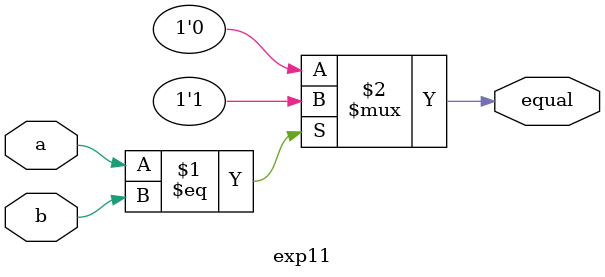
<source format=v>
module exp11(equal,a,b);
  input a, b;
  output [0:0]equal;
assign equal = (a==b)? 1'b1:1'b0;
//a等于b时equal输出为1；a不等于b时，equal输出为0
endmodule

</source>
